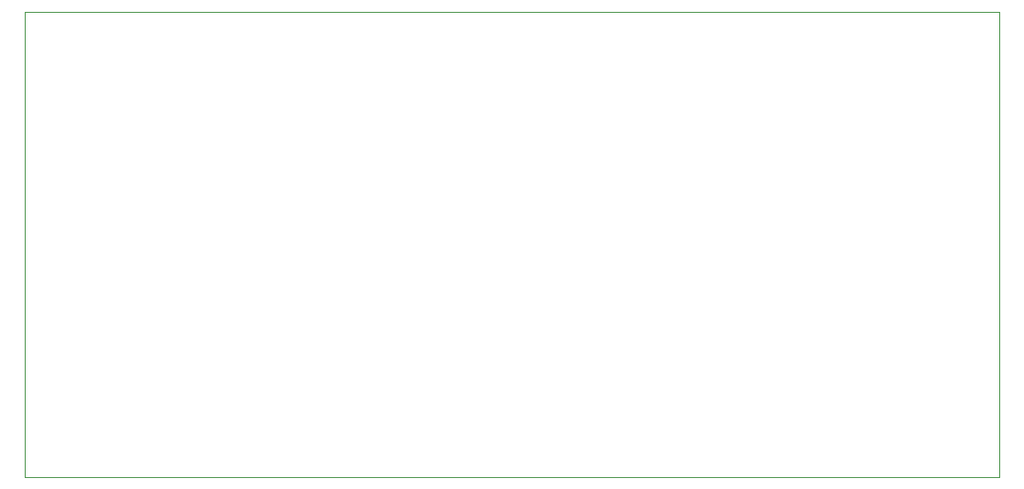
<source format=gm1>
%TF.GenerationSoftware,KiCad,Pcbnew,(5.99.0-8090-ga1d7a959f7)*%
%TF.CreationDate,2021-01-05T15:40:31+00:00*%
%TF.ProjectId,BGYAmp,42475941-6d70-42e6-9b69-6361645f7063,rev?*%
%TF.SameCoordinates,Original*%
%TF.FileFunction,Profile,NP*%
%FSLAX46Y46*%
G04 Gerber Fmt 4.6, Leading zero omitted, Abs format (unit mm)*
G04 Created by KiCad (PCBNEW (5.99.0-8090-ga1d7a959f7)) date 2021-01-05 15:40:31*
%MOMM*%
%LPD*%
G01*
G04 APERTURE LIST*
%TA.AperFunction,Profile*%
%ADD10C,0.100000*%
%TD*%
G04 APERTURE END LIST*
D10*
X100000000Y-170000000D02*
X100000000Y-127000000D01*
X100000000Y-127000000D02*
X190000000Y-127000000D01*
X100000000Y-170000000D02*
X190000000Y-170000000D01*
X190000000Y-127000000D02*
X190000000Y-170000000D01*
M02*

</source>
